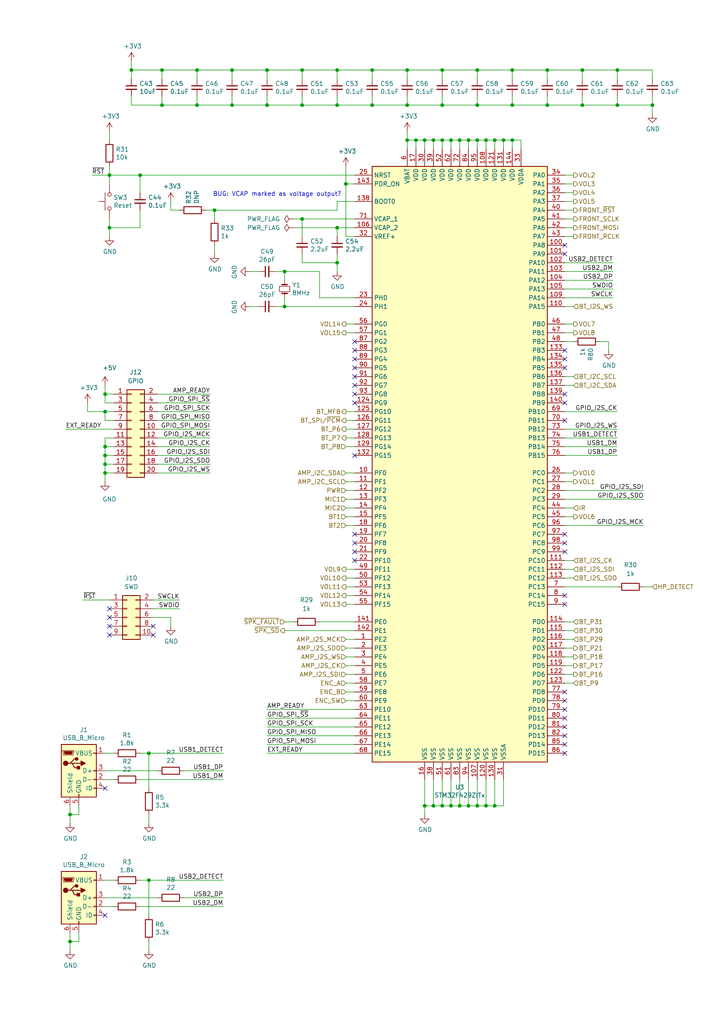
<source format=kicad_sch>
(kicad_sch (version 20201015) (generator eeschema)
  (paper "A4" portrait)
  (junction (at 20.32 236.22) (diameter 0.9144))
  (junction (at 20.32 273.05) (diameter 0.9144))
  (junction (at 30.48 114.3) (diameter 0.9144))
  (junction (at 30.48 119.38) (diameter 0.9144))
  (junction (at 30.48 129.54) (diameter 0.9144))
  (junction (at 30.48 132.08) (diameter 0.9144))
  (junction (at 30.48 134.62) (diameter 0.9144))
  (junction (at 30.48 137.16) (diameter 0.9144))
  (junction (at 31.75 50.8) (diameter 0.9144))
  (junction (at 31.75 66.04) (diameter 0.9144))
  (junction (at 38.1 20.32) (diameter 0.9144))
  (junction (at 40.64 50.8) (diameter 0.9144))
  (junction (at 43.18 218.44) (diameter 0.9144))
  (junction (at 43.18 255.27) (diameter 0.9144))
  (junction (at 46.99 20.32) (diameter 0.9144))
  (junction (at 46.99 30.48) (diameter 0.9144))
  (junction (at 57.15 20.32) (diameter 0.9144))
  (junction (at 57.15 30.48) (diameter 0.9144))
  (junction (at 62.23 60.96) (diameter 0.9144))
  (junction (at 67.31 20.32) (diameter 0.9144))
  (junction (at 67.31 30.48) (diameter 0.9144))
  (junction (at 77.47 20.32) (diameter 0.9144))
  (junction (at 77.47 30.48) (diameter 0.9144))
  (junction (at 82.55 78.74) (diameter 0.9144))
  (junction (at 82.55 88.9) (diameter 0.9144))
  (junction (at 87.63 20.32) (diameter 0.9144))
  (junction (at 87.63 30.48) (diameter 0.9144))
  (junction (at 87.63 63.5) (diameter 0.9144))
  (junction (at 97.79 20.32) (diameter 0.9144))
  (junction (at 97.79 30.48) (diameter 0.9144))
  (junction (at 97.79 66.04) (diameter 0.9144))
  (junction (at 97.79 76.2) (diameter 0.9144))
  (junction (at 100.33 53.34) (diameter 0.9144))
  (junction (at 107.95 20.32) (diameter 0.9144))
  (junction (at 107.95 30.48) (diameter 0.9144))
  (junction (at 118.11 20.32) (diameter 0.9144))
  (junction (at 118.11 30.48) (diameter 0.9144))
  (junction (at 118.11 40.64) (diameter 0.9144))
  (junction (at 120.65 40.64) (diameter 0.9144))
  (junction (at 123.19 40.64) (diameter 0.9144))
  (junction (at 123.19 233.68) (diameter 0.9144))
  (junction (at 125.73 40.64) (diameter 0.9144))
  (junction (at 125.73 233.68) (diameter 0.9144))
  (junction (at 128.27 20.32) (diameter 0.9144))
  (junction (at 128.27 30.48) (diameter 0.9144))
  (junction (at 128.27 40.64) (diameter 0.9144))
  (junction (at 128.27 233.68) (diameter 0.9144))
  (junction (at 130.81 40.64) (diameter 0.9144))
  (junction (at 130.81 233.68) (diameter 0.9144))
  (junction (at 133.35 40.64) (diameter 0.9144))
  (junction (at 133.35 233.68) (diameter 0.9144))
  (junction (at 135.89 40.64) (diameter 0.9144))
  (junction (at 135.89 233.68) (diameter 0.9144))
  (junction (at 138.43 20.32) (diameter 0.9144))
  (junction (at 138.43 30.48) (diameter 0.9144))
  (junction (at 138.43 40.64) (diameter 0.9144))
  (junction (at 138.43 233.68) (diameter 0.9144))
  (junction (at 140.97 40.64) (diameter 0.9144))
  (junction (at 140.97 233.68) (diameter 0.9144))
  (junction (at 143.51 40.64) (diameter 0.9144))
  (junction (at 143.51 233.68) (diameter 0.9144))
  (junction (at 146.05 40.64) (diameter 0.9144))
  (junction (at 148.59 20.32) (diameter 0.9144))
  (junction (at 148.59 30.48) (diameter 0.9144))
  (junction (at 148.59 40.64) (diameter 0.9144))
  (junction (at 158.75 20.32) (diameter 0.9144))
  (junction (at 158.75 30.48) (diameter 0.9144))
  (junction (at 168.91 20.32) (diameter 0.9144))
  (junction (at 168.91 30.48) (diameter 0.9144))
  (junction (at 179.07 20.32) (diameter 0.9144))
  (junction (at 179.07 30.48) (diameter 0.9144))
  (junction (at 189.23 30.48) (diameter 0.9144))
  (no_connect (at 31.75 184.15))
  (no_connect (at 102.87 99.06))
  (no_connect (at 102.87 101.6))
  (no_connect (at 102.87 104.14))
  (no_connect (at 102.87 106.68))
  (no_connect (at 102.87 109.22))
  (no_connect (at 102.87 111.76))
  (no_connect (at 102.87 114.3))
  (no_connect (at 102.87 116.84))
  (no_connect (at 102.87 132.08))
  (no_connect (at 102.87 154.94))
  (no_connect (at 102.87 157.48))
  (no_connect (at 102.87 160.02))
  (no_connect (at 102.87 162.56))
  (no_connect (at 163.83 71.12))
  (no_connect (at 163.83 73.66))
  (no_connect (at 163.83 101.6))
  (no_connect (at 163.83 104.14))
  (no_connect (at 163.83 106.68))
  (no_connect (at 163.83 114.3))
  (no_connect (at 163.83 116.84))
  (no_connect (at 163.83 121.92))
  (no_connect (at 163.83 154.94))
  (no_connect (at 163.83 157.48))
  (no_connect (at 163.83 160.02))
  (no_connect (at 163.83 172.72))
  (no_connect (at 163.83 175.26))
  (no_connect (at 163.83 200.66))
  (no_connect (at 163.83 203.2))
  (no_connect (at 163.83 205.74))
  (no_connect (at 163.83 208.28))
  (no_connect (at 163.83 210.82))
  (no_connect (at 163.83 213.36))
  (no_connect (at 163.83 215.9))
  (no_connect (at 163.83 218.44))
  (no_connect (at 30.48 265.43))
  (no_connect (at 44.45 184.15))
  (no_connect (at 44.45 181.61))
  (no_connect (at 31.75 179.07))
  (no_connect (at 31.75 181.61))
  (no_connect (at 30.48 228.6))
  (no_connect (at 31.75 176.53))
  (wire (pts (xy 19.05 124.46) (xy 33.02 124.46)))
  (wire (pts (xy 20.32 233.68) (xy 20.32 236.22)))
  (wire (pts (xy 20.32 236.22) (xy 20.32 238.76)))
  (wire (pts (xy 20.32 270.51) (xy 20.32 273.05)))
  (wire (pts (xy 20.32 273.05) (xy 20.32 275.59)))
  (wire (pts (xy 22.86 233.68) (xy 22.86 236.22)))
  (wire (pts (xy 22.86 236.22) (xy 20.32 236.22)))
  (wire (pts (xy 22.86 270.51) (xy 22.86 273.05)))
  (wire (pts (xy 22.86 273.05) (xy 20.32 273.05)))
  (wire (pts (xy 24.13 173.99) (xy 31.75 173.99)))
  (wire (pts (xy 25.4 116.84) (xy 25.4 119.38)))
  (wire (pts (xy 25.4 119.38) (xy 30.48 119.38)))
  (wire (pts (xy 26.67 50.8) (xy 31.75 50.8)))
  (wire (pts (xy 30.48 111.76) (xy 30.48 114.3)))
  (wire (pts (xy 30.48 114.3) (xy 33.02 114.3)))
  (wire (pts (xy 30.48 116.84) (xy 30.48 114.3)))
  (wire (pts (xy 30.48 119.38) (xy 30.48 121.92)))
  (wire (pts (xy 30.48 119.38) (xy 33.02 119.38)))
  (wire (pts (xy 30.48 127) (xy 33.02 127)))
  (wire (pts (xy 30.48 129.54) (xy 30.48 127)))
  (wire (pts (xy 30.48 129.54) (xy 33.02 129.54)))
  (wire (pts (xy 30.48 132.08) (xy 30.48 129.54)))
  (wire (pts (xy 30.48 132.08) (xy 33.02 132.08)))
  (wire (pts (xy 30.48 134.62) (xy 30.48 132.08)))
  (wire (pts (xy 30.48 134.62) (xy 33.02 134.62)))
  (wire (pts (xy 30.48 137.16) (xy 30.48 134.62)))
  (wire (pts (xy 30.48 137.16) (xy 33.02 137.16)))
  (wire (pts (xy 30.48 139.7) (xy 30.48 137.16)))
  (wire (pts (xy 30.48 226.06) (xy 33.02 226.06)))
  (wire (pts (xy 30.48 262.89) (xy 33.02 262.89)))
  (wire (pts (xy 31.75 38.1) (xy 31.75 40.64)))
  (wire (pts (xy 31.75 48.26) (xy 31.75 50.8)))
  (wire (pts (xy 31.75 50.8) (xy 31.75 53.34)))
  (wire (pts (xy 31.75 63.5) (xy 31.75 66.04)))
  (wire (pts (xy 31.75 66.04) (xy 40.64 66.04)))
  (wire (pts (xy 31.75 68.58) (xy 31.75 66.04)))
  (wire (pts (xy 33.02 116.84) (xy 30.48 116.84)))
  (wire (pts (xy 33.02 121.92) (xy 30.48 121.92)))
  (wire (pts (xy 33.02 218.44) (xy 30.48 218.44)))
  (wire (pts (xy 33.02 255.27) (xy 30.48 255.27)))
  (wire (pts (xy 38.1 20.32) (xy 38.1 17.78)))
  (wire (pts (xy 38.1 20.32) (xy 38.1 22.86)))
  (wire (pts (xy 38.1 30.48) (xy 38.1 27.94)))
  (wire (pts (xy 40.64 50.8) (xy 31.75 50.8)))
  (wire (pts (xy 40.64 50.8) (xy 102.87 50.8)))
  (wire (pts (xy 40.64 55.88) (xy 40.64 50.8)))
  (wire (pts (xy 40.64 66.04) (xy 40.64 60.96)))
  (wire (pts (xy 40.64 226.06) (xy 64.77 226.06)))
  (wire (pts (xy 40.64 262.89) (xy 64.77 262.89)))
  (wire (pts (xy 43.18 218.44) (xy 40.64 218.44)))
  (wire (pts (xy 43.18 228.6) (xy 43.18 218.44)))
  (wire (pts (xy 43.18 236.22) (xy 43.18 238.76)))
  (wire (pts (xy 43.18 255.27) (xy 40.64 255.27)))
  (wire (pts (xy 43.18 265.43) (xy 43.18 255.27)))
  (wire (pts (xy 43.18 273.05) (xy 43.18 275.59)))
  (wire (pts (xy 44.45 173.99) (xy 52.07 173.99)))
  (wire (pts (xy 44.45 176.53) (xy 52.07 176.53)))
  (wire (pts (xy 45.72 114.3) (xy 60.96 114.3)))
  (wire (pts (xy 45.72 116.84) (xy 60.96 116.84)))
  (wire (pts (xy 45.72 119.38) (xy 60.96 119.38)))
  (wire (pts (xy 45.72 121.92) (xy 60.96 121.92)))
  (wire (pts (xy 45.72 124.46) (xy 60.96 124.46)))
  (wire (pts (xy 45.72 127) (xy 60.96 127)))
  (wire (pts (xy 45.72 129.54) (xy 60.96 129.54)))
  (wire (pts (xy 45.72 132.08) (xy 60.96 132.08)))
  (wire (pts (xy 45.72 134.62) (xy 60.96 134.62)))
  (wire (pts (xy 45.72 137.16) (xy 60.96 137.16)))
  (wire (pts (xy 45.72 223.52) (xy 30.48 223.52)))
  (wire (pts (xy 45.72 260.35) (xy 30.48 260.35)))
  (wire (pts (xy 46.99 20.32) (xy 38.1 20.32)))
  (wire (pts (xy 46.99 20.32) (xy 46.99 22.86)))
  (wire (pts (xy 46.99 20.32) (xy 57.15 20.32)))
  (wire (pts (xy 46.99 30.48) (xy 38.1 30.48)))
  (wire (pts (xy 46.99 30.48) (xy 46.99 27.94)))
  (wire (pts (xy 49.53 60.96) (xy 49.53 58.42)))
  (wire (pts (xy 49.53 179.07) (xy 44.45 179.07)))
  (wire (pts (xy 49.53 181.61) (xy 49.53 179.07)))
  (wire (pts (xy 52.07 60.96) (xy 49.53 60.96)))
  (wire (pts (xy 53.34 223.52) (xy 64.77 223.52)))
  (wire (pts (xy 53.34 260.35) (xy 64.77 260.35)))
  (wire (pts (xy 57.15 20.32) (xy 57.15 22.86)))
  (wire (pts (xy 57.15 20.32) (xy 67.31 20.32)))
  (wire (pts (xy 57.15 27.94) (xy 57.15 30.48)))
  (wire (pts (xy 57.15 30.48) (xy 46.99 30.48)))
  (wire (pts (xy 62.23 60.96) (xy 59.69 60.96)))
  (wire (pts (xy 62.23 60.96) (xy 62.23 63.5)))
  (wire (pts (xy 62.23 71.12) (xy 62.23 73.66)))
  (wire (pts (xy 64.77 218.44) (xy 43.18 218.44)))
  (wire (pts (xy 64.77 255.27) (xy 43.18 255.27)))
  (wire (pts (xy 67.31 20.32) (xy 67.31 22.86)))
  (wire (pts (xy 67.31 20.32) (xy 77.47 20.32)))
  (wire (pts (xy 67.31 27.94) (xy 67.31 30.48)))
  (wire (pts (xy 67.31 30.48) (xy 57.15 30.48)))
  (wire (pts (xy 72.39 78.74) (xy 74.93 78.74)))
  (wire (pts (xy 72.39 88.9) (xy 74.93 88.9)))
  (wire (pts (xy 77.47 20.32) (xy 77.47 22.86)))
  (wire (pts (xy 77.47 20.32) (xy 87.63 20.32)))
  (wire (pts (xy 77.47 27.94) (xy 77.47 30.48)))
  (wire (pts (xy 77.47 30.48) (xy 67.31 30.48)))
  (wire (pts (xy 77.47 218.44) (xy 102.87 218.44)))
  (wire (pts (xy 80.01 78.74) (xy 82.55 78.74)))
  (wire (pts (xy 80.01 88.9) (xy 82.55 88.9)))
  (wire (pts (xy 82.55 78.74) (xy 82.55 81.28)))
  (wire (pts (xy 82.55 86.36) (xy 82.55 88.9)))
  (wire (pts (xy 82.55 88.9) (xy 102.87 88.9)))
  (wire (pts (xy 82.55 180.34) (xy 85.09 180.34)))
  (wire (pts (xy 82.55 182.88) (xy 102.87 182.88)))
  (wire (pts (xy 85.09 63.5) (xy 87.63 63.5)))
  (wire (pts (xy 85.09 66.04) (xy 97.79 66.04)))
  (wire (pts (xy 87.63 20.32) (xy 87.63 22.86)))
  (wire (pts (xy 87.63 20.32) (xy 97.79 20.32)))
  (wire (pts (xy 87.63 27.94) (xy 87.63 30.48)))
  (wire (pts (xy 87.63 30.48) (xy 77.47 30.48)))
  (wire (pts (xy 87.63 63.5) (xy 87.63 68.58)))
  (wire (pts (xy 87.63 76.2) (xy 87.63 73.66)))
  (wire (pts (xy 92.71 78.74) (xy 82.55 78.74)))
  (wire (pts (xy 92.71 86.36) (xy 92.71 78.74)))
  (wire (pts (xy 92.71 180.34) (xy 102.87 180.34)))
  (wire (pts (xy 97.79 20.32) (xy 97.79 22.86)))
  (wire (pts (xy 97.79 20.32) (xy 107.95 20.32)))
  (wire (pts (xy 97.79 27.94) (xy 97.79 30.48)))
  (wire (pts (xy 97.79 30.48) (xy 87.63 30.48)))
  (wire (pts (xy 97.79 58.42) (xy 97.79 60.96)))
  (wire (pts (xy 97.79 60.96) (xy 62.23 60.96)))
  (wire (pts (xy 97.79 66.04) (xy 97.79 68.58)))
  (wire (pts (xy 97.79 73.66) (xy 97.79 76.2)))
  (wire (pts (xy 97.79 76.2) (xy 87.63 76.2)))
  (wire (pts (xy 97.79 76.2) (xy 97.79 78.74)))
  (wire (pts (xy 100.33 48.26) (xy 100.33 53.34)))
  (wire (pts (xy 100.33 53.34) (xy 100.33 68.58)))
  (wire (pts (xy 100.33 53.34) (xy 102.87 53.34)))
  (wire (pts (xy 100.33 68.58) (xy 102.87 68.58)))
  (wire (pts (xy 100.33 93.98) (xy 102.87 93.98)))
  (wire (pts (xy 100.33 96.52) (xy 102.87 96.52)))
  (wire (pts (xy 100.33 119.38) (xy 102.87 119.38)))
  (wire (pts (xy 100.33 121.92) (xy 102.87 121.92)))
  (wire (pts (xy 100.33 124.46) (xy 102.87 124.46)))
  (wire (pts (xy 100.33 127) (xy 102.87 127)))
  (wire (pts (xy 100.33 129.54) (xy 102.87 129.54)))
  (wire (pts (xy 100.33 139.7) (xy 102.87 139.7)))
  (wire (pts (xy 100.33 165.1) (xy 102.87 165.1)))
  (wire (pts (xy 100.33 167.64) (xy 102.87 167.64)))
  (wire (pts (xy 100.33 170.18) (xy 102.87 170.18)))
  (wire (pts (xy 100.33 172.72) (xy 102.87 172.72)))
  (wire (pts (xy 100.33 175.26) (xy 102.87 175.26)))
  (wire (pts (xy 100.33 185.42) (xy 102.87 185.42)))
  (wire (pts (xy 100.33 190.5) (xy 102.87 190.5)))
  (wire (pts (xy 100.33 195.58) (xy 102.87 195.58)))
  (wire (pts (xy 102.87 58.42) (xy 97.79 58.42)))
  (wire (pts (xy 102.87 63.5) (xy 87.63 63.5)))
  (wire (pts (xy 102.87 66.04) (xy 97.79 66.04)))
  (wire (pts (xy 102.87 86.36) (xy 92.71 86.36)))
  (wire (pts (xy 102.87 137.16) (xy 100.33 137.16)))
  (wire (pts (xy 102.87 142.24) (xy 100.33 142.24)))
  (wire (pts (xy 102.87 144.78) (xy 100.33 144.78)))
  (wire (pts (xy 102.87 147.32) (xy 100.33 147.32)))
  (wire (pts (xy 102.87 149.86) (xy 100.33 149.86)))
  (wire (pts (xy 102.87 152.4) (xy 100.33 152.4)))
  (wire (pts (xy 102.87 187.96) (xy 100.33 187.96)))
  (wire (pts (xy 102.87 193.04) (xy 100.33 193.04)))
  (wire (pts (xy 102.87 198.12) (xy 100.33 198.12)))
  (wire (pts (xy 102.87 200.66) (xy 100.33 200.66)))
  (wire (pts (xy 102.87 203.2) (xy 100.33 203.2)))
  (wire (pts (xy 102.87 205.74) (xy 77.47 205.74)))
  (wire (pts (xy 102.87 208.28) (xy 77.47 208.28)))
  (wire (pts (xy 102.87 210.82) (xy 77.47 210.82)))
  (wire (pts (xy 102.87 213.36) (xy 77.47 213.36)))
  (wire (pts (xy 102.87 215.9) (xy 77.47 215.9)))
  (wire (pts (xy 107.95 20.32) (xy 107.95 22.86)))
  (wire (pts (xy 107.95 20.32) (xy 118.11 20.32)))
  (wire (pts (xy 107.95 27.94) (xy 107.95 30.48)))
  (wire (pts (xy 107.95 30.48) (xy 97.79 30.48)))
  (wire (pts (xy 118.11 20.32) (xy 118.11 22.86)))
  (wire (pts (xy 118.11 20.32) (xy 128.27 20.32)))
  (wire (pts (xy 118.11 27.94) (xy 118.11 30.48)))
  (wire (pts (xy 118.11 30.48) (xy 107.95 30.48)))
  (wire (pts (xy 118.11 38.1) (xy 118.11 40.64)))
  (wire (pts (xy 118.11 40.64) (xy 118.11 43.18)))
  (wire (pts (xy 120.65 40.64) (xy 118.11 40.64)))
  (wire (pts (xy 120.65 43.18) (xy 120.65 40.64)))
  (wire (pts (xy 123.19 40.64) (xy 120.65 40.64)))
  (wire (pts (xy 123.19 43.18) (xy 123.19 40.64)))
  (wire (pts (xy 123.19 226.06) (xy 123.19 233.68)))
  (wire (pts (xy 123.19 233.68) (xy 123.19 236.22)))
  (wire (pts (xy 123.19 233.68) (xy 125.73 233.68)))
  (wire (pts (xy 125.73 40.64) (xy 123.19 40.64)))
  (wire (pts (xy 125.73 43.18) (xy 125.73 40.64)))
  (wire (pts (xy 125.73 226.06) (xy 125.73 233.68)))
  (wire (pts (xy 125.73 233.68) (xy 128.27 233.68)))
  (wire (pts (xy 128.27 20.32) (xy 128.27 22.86)))
  (wire (pts (xy 128.27 20.32) (xy 138.43 20.32)))
  (wire (pts (xy 128.27 27.94) (xy 128.27 30.48)))
  (wire (pts (xy 128.27 30.48) (xy 118.11 30.48)))
  (wire (pts (xy 128.27 40.64) (xy 125.73 40.64)))
  (wire (pts (xy 128.27 43.18) (xy 128.27 40.64)))
  (wire (pts (xy 128.27 226.06) (xy 128.27 233.68)))
  (wire (pts (xy 128.27 233.68) (xy 130.81 233.68)))
  (wire (pts (xy 130.81 40.64) (xy 128.27 40.64)))
  (wire (pts (xy 130.81 43.18) (xy 130.81 40.64)))
  (wire (pts (xy 130.81 226.06) (xy 130.81 233.68)))
  (wire (pts (xy 130.81 233.68) (xy 133.35 233.68)))
  (wire (pts (xy 133.35 40.64) (xy 130.81 40.64)))
  (wire (pts (xy 133.35 43.18) (xy 133.35 40.64)))
  (wire (pts (xy 133.35 226.06) (xy 133.35 233.68)))
  (wire (pts (xy 133.35 233.68) (xy 135.89 233.68)))
  (wire (pts (xy 135.89 40.64) (xy 133.35 40.64)))
  (wire (pts (xy 135.89 43.18) (xy 135.89 40.64)))
  (wire (pts (xy 135.89 226.06) (xy 135.89 233.68)))
  (wire (pts (xy 135.89 233.68) (xy 138.43 233.68)))
  (wire (pts (xy 138.43 20.32) (xy 138.43 22.86)))
  (wire (pts (xy 138.43 20.32) (xy 148.59 20.32)))
  (wire (pts (xy 138.43 27.94) (xy 138.43 30.48)))
  (wire (pts (xy 138.43 30.48) (xy 128.27 30.48)))
  (wire (pts (xy 138.43 40.64) (xy 135.89 40.64)))
  (wire (pts (xy 138.43 43.18) (xy 138.43 40.64)))
  (wire (pts (xy 138.43 226.06) (xy 138.43 233.68)))
  (wire (pts (xy 138.43 233.68) (xy 140.97 233.68)))
  (wire (pts (xy 140.97 40.64) (xy 138.43 40.64)))
  (wire (pts (xy 140.97 43.18) (xy 140.97 40.64)))
  (wire (pts (xy 140.97 233.68) (xy 140.97 226.06)))
  (wire (pts (xy 140.97 233.68) (xy 143.51 233.68)))
  (wire (pts (xy 143.51 40.64) (xy 140.97 40.64)))
  (wire (pts (xy 143.51 43.18) (xy 143.51 40.64)))
  (wire (pts (xy 143.51 226.06) (xy 143.51 233.68)))
  (wire (pts (xy 143.51 233.68) (xy 146.05 233.68)))
  (wire (pts (xy 146.05 40.64) (xy 143.51 40.64)))
  (wire (pts (xy 146.05 43.18) (xy 146.05 40.64)))
  (wire (pts (xy 146.05 233.68) (xy 146.05 226.06)))
  (wire (pts (xy 148.59 20.32) (xy 148.59 22.86)))
  (wire (pts (xy 148.59 20.32) (xy 158.75 20.32)))
  (wire (pts (xy 148.59 27.94) (xy 148.59 30.48)))
  (wire (pts (xy 148.59 30.48) (xy 138.43 30.48)))
  (wire (pts (xy 148.59 40.64) (xy 146.05 40.64)))
  (wire (pts (xy 148.59 43.18) (xy 148.59 40.64)))
  (wire (pts (xy 151.13 40.64) (xy 148.59 40.64)))
  (wire (pts (xy 151.13 43.18) (xy 151.13 40.64)))
  (wire (pts (xy 158.75 20.32) (xy 158.75 22.86)))
  (wire (pts (xy 158.75 20.32) (xy 168.91 20.32)))
  (wire (pts (xy 158.75 27.94) (xy 158.75 30.48)))
  (wire (pts (xy 158.75 30.48) (xy 148.59 30.48)))
  (wire (pts (xy 163.83 58.42) (xy 166.37 58.42)))
  (wire (pts (xy 163.83 83.82) (xy 177.8 83.82)))
  (wire (pts (xy 163.83 86.36) (xy 177.8 86.36)))
  (wire (pts (xy 163.83 93.98) (xy 166.37 93.98)))
  (wire (pts (xy 163.83 99.06) (xy 166.37 99.06)))
  (wire (pts (xy 163.83 111.76) (xy 166.37 111.76)))
  (wire (pts (xy 163.83 119.38) (xy 179.07 119.38)))
  (wire (pts (xy 163.83 124.46) (xy 179.07 124.46)))
  (wire (pts (xy 163.83 142.24) (xy 186.69 142.24)))
  (wire (pts (xy 163.83 144.78) (xy 186.69 144.78)))
  (wire (pts (xy 163.83 149.86) (xy 166.37 149.86)))
  (wire (pts (xy 163.83 152.4) (xy 186.69 152.4)))
  (wire (pts (xy 163.83 165.1) (xy 166.37 165.1)))
  (wire (pts (xy 163.83 180.34) (xy 166.37 180.34)))
  (wire (pts (xy 163.83 182.88) (xy 166.37 182.88)))
  (wire (pts (xy 163.83 185.42) (xy 166.37 185.42)))
  (wire (pts (xy 163.83 187.96) (xy 166.37 187.96)))
  (wire (pts (xy 163.83 190.5) (xy 166.37 190.5)))
  (wire (pts (xy 163.83 193.04) (xy 166.37 193.04)))
  (wire (pts (xy 163.83 195.58) (xy 166.37 195.58)))
  (wire (pts (xy 163.83 198.12) (xy 166.37 198.12)))
  (wire (pts (xy 166.37 50.8) (xy 163.83 50.8)))
  (wire (pts (xy 166.37 53.34) (xy 163.83 53.34)))
  (wire (pts (xy 166.37 55.88) (xy 163.83 55.88)))
  (wire (pts (xy 166.37 60.96) (xy 163.83 60.96)))
  (wire (pts (xy 166.37 63.5) (xy 163.83 63.5)))
  (wire (pts (xy 166.37 66.04) (xy 163.83 66.04)))
  (wire (pts (xy 166.37 68.58) (xy 163.83 68.58)))
  (wire (pts (xy 166.37 88.9) (xy 163.83 88.9)))
  (wire (pts (xy 166.37 96.52) (xy 163.83 96.52)))
  (wire (pts (xy 166.37 109.22) (xy 163.83 109.22)))
  (wire (pts (xy 166.37 137.16) (xy 163.83 137.16)))
  (wire (pts (xy 166.37 139.7) (xy 163.83 139.7)))
  (wire (pts (xy 166.37 147.32) (xy 163.83 147.32)))
  (wire (pts (xy 166.37 162.56) (xy 163.83 162.56)))
  (wire (pts (xy 166.37 167.64) (xy 163.83 167.64)))
  (wire (pts (xy 168.91 20.32) (xy 168.91 22.86)))
  (wire (pts (xy 168.91 20.32) (xy 179.07 20.32)))
  (wire (pts (xy 168.91 27.94) (xy 168.91 30.48)))
  (wire (pts (xy 168.91 30.48) (xy 158.75 30.48)))
  (wire (pts (xy 176.53 99.06) (xy 173.99 99.06)))
  (wire (pts (xy 176.53 101.6) (xy 176.53 99.06)))
  (wire (pts (xy 177.8 76.2) (xy 163.83 76.2)))
  (wire (pts (xy 177.8 78.74) (xy 163.83 78.74)))
  (wire (pts (xy 177.8 81.28) (xy 163.83 81.28)))
  (wire (pts (xy 179.07 20.32) (xy 179.07 22.86)))
  (wire (pts (xy 179.07 20.32) (xy 189.23 20.32)))
  (wire (pts (xy 179.07 27.94) (xy 179.07 30.48)))
  (wire (pts (xy 179.07 30.48) (xy 168.91 30.48)))
  (wire (pts (xy 179.07 127) (xy 163.83 127)))
  (wire (pts (xy 179.07 129.54) (xy 163.83 129.54)))
  (wire (pts (xy 179.07 132.08) (xy 163.83 132.08)))
  (wire (pts (xy 179.07 170.18) (xy 163.83 170.18)))
  (wire (pts (xy 189.23 20.32) (xy 189.23 22.86)))
  (wire (pts (xy 189.23 27.94) (xy 189.23 30.48)))
  (wire (pts (xy 189.23 30.48) (xy 179.07 30.48)))
  (wire (pts (xy 189.23 30.48) (xy 189.23 33.02)))
  (wire (pts (xy 189.23 170.18) (xy 186.69 170.18)))
  (text "BUG: VCAP marked as voltage output?" (at 99.06 57.15 180) (effects (font (size 1.27 1.27)) (justify right bottom)))
  (label "EXT_READY" (at 19.05 124.46 0))
  (label "~RST" (at 24.13 173.99 0))
  (label "~RST" (at 26.67 50.8 0))
  (label "SWCLK" (at 52.07 173.99 180))
  (label "SWDIO" (at 52.07 176.53 180))
  (label "AMP_READY" (at 60.96 114.3 180))
  (label "GPIO_SPI_~SS" (at 60.96 116.84 180))
  (label "GPIO_SPI_SCK" (at 60.96 119.38 180))
  (label "GPIO_SPI_MISO" (at 60.96 121.92 180))
  (label "GPIO_SPI_MOSI" (at 60.96 124.46 180))
  (label "GPIO_I2S_MCK" (at 60.96 127 180))
  (label "GPIO_I2S_CK" (at 60.96 129.54 180))
  (label "GPIO_I2S_SDI" (at 60.96 132.08 180))
  (label "GPIO_I2S_SDO" (at 60.96 134.62 180))
  (label "GPIO_I2S_WS" (at 60.96 137.16 180))
  (label "USB1_DETECT" (at 64.77 218.44 180))
  (label "USB1_DP" (at 64.77 223.52 180))
  (label "USB1_DM" (at 64.77 226.06 180))
  (label "USB2_DETECT" (at 64.77 255.27 180))
  (label "USB2_DP" (at 64.77 260.35 180))
  (label "USB2_DM" (at 64.77 262.89 180))
  (label "AMP_READY" (at 77.47 205.74 0))
  (label "GPIO_SPI_~SS" (at 77.47 208.28 0))
  (label "GPIO_SPI_SCK" (at 77.47 210.82 0))
  (label "GPIO_SPI_MISO" (at 77.47 213.36 0))
  (label "GPIO_SPI_MOSI" (at 77.47 215.9 0))
  (label "EXT_READY" (at 77.47 218.44 0))
  (label "USB2_DETECT" (at 177.8 76.2 180))
  (label "USB2_DM" (at 177.8 78.74 180))
  (label "USB2_DP" (at 177.8 81.28 180))
  (label "SWDIO" (at 177.8 83.82 180))
  (label "SWCLK" (at 177.8 86.36 180))
  (label "GPIO_I2S_CK" (at 179.07 119.38 180))
  (label "GPIO_I2S_WS" (at 179.07 124.46 180))
  (label "USB1_DETECT" (at 179.07 127 180))
  (label "USB1_DM" (at 179.07 129.54 180))
  (label "USB1_DP" (at 179.07 132.08 180))
  (label "GPIO_I2S_SDI" (at 186.69 142.24 180))
  (label "GPIO_I2S_SDO" (at 186.69 144.78 180))
  (label "GPIO_I2S_MCK" (at 186.69 152.4 180))
  (hierarchical_label "~SPK_FAULT" (shape input) (at 82.55 180.34 180))
  (hierarchical_label "~SPK_SD" (shape output) (at 82.55 182.88 180))
  (hierarchical_label "VOL14" (shape output) (at 100.33 93.98 180))
  (hierarchical_label "VOL15" (shape output) (at 100.33 96.52 180))
  (hierarchical_label "BT_MFB" (shape output) (at 100.33 119.38 180))
  (hierarchical_label "BT_SPI{slash}~PCM" (shape output) (at 100.33 121.92 180))
  (hierarchical_label "BT_P6" (shape output) (at 100.33 124.46 180))
  (hierarchical_label "BT_P7" (shape output) (at 100.33 127 180))
  (hierarchical_label "BT_P8" (shape input) (at 100.33 129.54 180))
  (hierarchical_label "AMP_I2C_SDA" (shape input) (at 100.33 137.16 180))
  (hierarchical_label "AMP_I2C_SCL" (shape input) (at 100.33 139.7 180))
  (hierarchical_label "PWR" (shape input) (at 100.33 142.24 180))
  (hierarchical_label "MIC1" (shape input) (at 100.33 144.78 180))
  (hierarchical_label "MIC2" (shape input) (at 100.33 147.32 180))
  (hierarchical_label "BT1" (shape input) (at 100.33 149.86 180))
  (hierarchical_label "BT2" (shape input) (at 100.33 152.4 180))
  (hierarchical_label "VOL9" (shape output) (at 100.33 165.1 180))
  (hierarchical_label "VOL10" (shape output) (at 100.33 167.64 180))
  (hierarchical_label "VOL11" (shape output) (at 100.33 170.18 180))
  (hierarchical_label "VOL12" (shape output) (at 100.33 172.72 180))
  (hierarchical_label "VOL13" (shape output) (at 100.33 175.26 180))
  (hierarchical_label "AMP_I2S_MCK" (shape input) (at 100.33 185.42 180))
  (hierarchical_label "AMP_I2S_SDO" (shape input) (at 100.33 187.96 180))
  (hierarchical_label "AMP_I2S_WS" (shape input) (at 100.33 190.5 180))
  (hierarchical_label "AMP_I2S_CK" (shape input) (at 100.33 193.04 180))
  (hierarchical_label "AMP_I2S_SDI" (shape input) (at 100.33 195.58 180))
  (hierarchical_label "ENC_A" (shape input) (at 100.33 198.12 180))
  (hierarchical_label "ENC_B" (shape input) (at 100.33 200.66 180))
  (hierarchical_label "ENC_SW" (shape input) (at 100.33 203.2 180))
  (hierarchical_label "VOL2" (shape output) (at 166.37 50.8 0))
  (hierarchical_label "VOL3" (shape output) (at 166.37 53.34 0))
  (hierarchical_label "VOL4" (shape output) (at 166.37 55.88 0))
  (hierarchical_label "VOL5" (shape output) (at 166.37 58.42 0))
  (hierarchical_label "FRONT_~RST" (shape output) (at 166.37 60.96 0))
  (hierarchical_label "FRONT_SCLK" (shape output) (at 166.37 63.5 0))
  (hierarchical_label "FRONT_MOSI" (shape output) (at 166.37 66.04 0))
  (hierarchical_label "FRONT_RCLK" (shape output) (at 166.37 68.58 0))
  (hierarchical_label "BT_I2S_WS" (shape input) (at 166.37 88.9 0))
  (hierarchical_label "VOL7" (shape output) (at 166.37 93.98 0))
  (hierarchical_label "VOL8" (shape output) (at 166.37 96.52 0))
  (hierarchical_label "BT_I2C_SCL" (shape input) (at 166.37 109.22 0))
  (hierarchical_label "BT_I2C_SDA" (shape input) (at 166.37 111.76 0))
  (hierarchical_label "VOL0" (shape output) (at 166.37 137.16 0))
  (hierarchical_label "VOL1" (shape output) (at 166.37 139.7 0))
  (hierarchical_label "IR" (shape input) (at 166.37 147.32 0))
  (hierarchical_label "VOL6" (shape output) (at 166.37 149.86 0))
  (hierarchical_label "BT_I2S_CK" (shape input) (at 166.37 162.56 0))
  (hierarchical_label "BT_I2S_SDI" (shape input) (at 166.37 165.1 0))
  (hierarchical_label "BT_I2S_SDO" (shape input) (at 166.37 167.64 0))
  (hierarchical_label "BT_P31" (shape input) (at 166.37 180.34 0))
  (hierarchical_label "BT_P30" (shape input) (at 166.37 182.88 0))
  (hierarchical_label "BT_P29" (shape input) (at 166.37 185.42 0))
  (hierarchical_label "BT_P21" (shape output) (at 166.37 187.96 0))
  (hierarchical_label "BT_P18" (shape output) (at 166.37 190.5 0))
  (hierarchical_label "BT_P17" (shape output) (at 166.37 193.04 0))
  (hierarchical_label "BT_P16" (shape output) (at 166.37 195.58 0))
  (hierarchical_label "BT_P9" (shape input) (at 166.37 198.12 0))
  (hierarchical_label "HP_DETECT" (shape input) (at 189.23 170.18 0))
  (symbol (lib_id "power:PWR_FLAG") (at 85.09 63.5 90) (unit 1)
    (property "Reference" "#FLG0102" (effects hide))
    (property "Value" "PWR_FLAG" (at 81.28 63.5 90) (effects (justify left)))
  )
  (symbol (lib_id "power:PWR_FLAG") (at 85.09 66.04 90) (unit 1)
    (property "Reference" "#FLG0105" (effects hide))
    (property "Value" "PWR_FLAG" (at 81.28 66.04 90) (effects (justify left)))
  )
  (symbol (lib_id "power:+3.3V") (at 25.4 116.84 0) (unit 1)
    (property "Reference" "#PWR0232" (effects hide))
    (property "Value" "+3.3V" (at 25.781 112.4458 0))
  )
  (symbol (lib_id "power:+5V") (at 30.48 111.76 0) (unit 1)
    (property "Reference" "#PWR0231" (effects hide))
    (property "Value" "+5V" (at 31.75 106.68 0))
  )
  (symbol (lib_id "power:+3.3V") (at 31.75 38.1 0) (unit 1)
    (property "Reference" "#PWR0170" (effects hide))
    (property "Value" "+3.3V" (at 32.131 33.7058 0))
  )
  (symbol (lib_id "power:+3.3V") (at 38.1 17.78 0) (unit 1)
    (property "Reference" "#PWR0169" (effects hide))
    (property "Value" "+3.3V" (at 38.481 13.3858 0))
  )
  (symbol (lib_id "power:+3.3V") (at 49.53 58.42 0) (unit 1)
    (property "Reference" "#PWR0171" (effects hide))
    (property "Value" "+3.3V" (at 49.911 54.0258 0))
  )
  (symbol (lib_id "power:+3.3V") (at 100.33 48.26 0) (unit 1)
    (property "Reference" "#PWR0166" (effects hide))
    (property "Value" "+3.3V" (at 100.711 43.8658 0))
  )
  (symbol (lib_id "power:+3.3V") (at 118.11 38.1 0) (unit 1)
    (property "Reference" "#PWR0102" (effects hide))
    (property "Value" "+3.3V" (at 118.491 33.7058 0))
  )
  (symbol (lib_id "power:GND") (at 20.32 238.76 0) (unit 1)
    (property "Reference" "#PWR0103" (effects hide))
    (property "Value" "GND" (at 20.447 243.1542 0))
  )
  (symbol (lib_id "power:GND") (at 20.32 275.59 0) (unit 1)
    (property "Reference" "#PWR0105" (effects hide))
    (property "Value" "GND" (at 20.447 279.9842 0))
  )
  (symbol (lib_id "power:GND") (at 30.48 139.7 0) (unit 1)
    (property "Reference" "#PWR0230" (effects hide))
    (property "Value" "GND" (at 31.75 144.78 0))
  )
  (symbol (lib_id "power:GND") (at 31.75 68.58 0) (unit 1)
    (property "Reference" "#PWR0172" (effects hide))
    (property "Value" "GND" (at 31.877 72.9742 0))
  )
  (symbol (lib_id "power:GND") (at 43.18 238.76 0) (unit 1)
    (property "Reference" "#PWR0104" (effects hide))
    (property "Value" "GND" (at 43.307 243.1542 0))
  )
  (symbol (lib_id "power:GND") (at 43.18 275.59 0) (unit 1)
    (property "Reference" "#PWR0106" (effects hide))
    (property "Value" "GND" (at 43.307 279.9842 0))
  )
  (symbol (lib_id "power:GND") (at 49.53 181.61 0) (unit 1)
    (property "Reference" "#PWR0173" (effects hide))
    (property "Value" "GND" (at 49.657 186.0042 0))
  )
  (symbol (lib_id "power:GND") (at 62.23 73.66 0) (unit 1)
    (property "Reference" "#PWR0167" (effects hide))
    (property "Value" "GND" (at 62.357 78.0542 0))
  )
  (symbol (lib_id "power:GND") (at 72.39 78.74 270) (unit 1)
    (property "Reference" "#PWR0164" (effects hide))
    (property "Value" "GND" (at 67.9958 78.867 0))
  )
  (symbol (lib_id "power:GND") (at 72.39 88.9 270) (unit 1)
    (property "Reference" "#PWR0165" (effects hide))
    (property "Value" "GND" (at 67.9958 89.027 0))
  )
  (symbol (lib_id "power:GND") (at 97.79 78.74 0) (unit 1)
    (property "Reference" "#PWR0163" (effects hide))
    (property "Value" "GND" (at 97.917 83.1342 0))
  )
  (symbol (lib_id "power:GND") (at 123.19 236.22 0) (unit 1)
    (property "Reference" "#PWR0101" (effects hide))
    (property "Value" "GND" (at 123.317 240.6142 0))
  )
  (symbol (lib_id "power:GND") (at 176.53 101.6 0) (unit 1)
    (property "Reference" "#PWR0233" (effects hide))
    (property "Value" "GND" (at 176.657 105.9942 0))
  )
  (symbol (lib_id "power:GND") (at 189.23 33.02 0) (unit 1)
    (property "Reference" "#PWR0168" (effects hide))
    (property "Value" "GND" (at 189.357 37.4142 0))
  )
  (symbol (lib_id "Device:Crystal_Small") (at 82.55 83.82 90) (unit 1)
    (property "Reference" "Y1" (at 84.7091 82.6706 90) (effects (justify right)))
    (property "Value" "8MHz" (at 84.709 84.969 90) (effects (justify right)))
    (property "Footprint" "Crystal:Crystal_SMD_HC49-SD" (effects hide))
  )
  (symbol (lib_id "Device:R") (at 31.75 44.45 0) (unit 1)
    (property "Reference" "R31" (at 33.5281 43.3006 0) (effects (justify left)))
    (property "Value" "10k" (at 33.528 45.599 0) (effects (justify left)))
    (property "Footprint" "Resistor_SMD:R_0603_1608Metric" (effects hide))
  )
  (symbol (lib_id "Device:R") (at 36.83 218.44 270) (unit 1)
    (property "Reference" "R1" (at 36.83 213.1822 90))
    (property "Value" "1.8k" (at 36.83 215.4936 90))
    (property "Footprint" "Resistor_SMD:R_0603_1608Metric" (effects hide))
  )
  (symbol (lib_id "Device:R") (at 36.83 226.06 270) (unit 1)
    (property "Reference" "R2" (at 36.83 220.8022 90))
    (property "Value" "22" (at 36.83 223.1136 90))
    (property "Footprint" "Resistor_SMD:R_0603_1608Metric" (effects hide))
  )
  (symbol (lib_id "Device:R") (at 36.83 255.27 270) (unit 1)
    (property "Reference" "R3" (at 36.83 250.0122 90))
    (property "Value" "1.8k" (at 36.83 252.3236 90))
    (property "Footprint" "Resistor_SMD:R_0603_1608Metric" (effects hide))
  )
  (symbol (lib_id "Device:R") (at 36.83 262.89 270) (unit 1)
    (property "Reference" "R4" (at 36.83 257.6322 90))
    (property "Value" "22" (at 36.83 259.9436 90))
    (property "Footprint" "Resistor_SMD:R_0603_1608Metric" (effects hide))
  )
  (symbol (lib_id "Device:R") (at 43.18 232.41 0) (unit 1)
    (property "Reference" "R5" (at 44.958 231.2416 0) (effects (justify left)))
    (property "Value" "3.3k" (at 44.958 233.553 0) (effects (justify left)))
    (property "Footprint" "Resistor_SMD:R_0603_1608Metric" (effects hide))
  )
  (symbol (lib_id "Device:R") (at 43.18 269.24 0) (unit 1)
    (property "Reference" "R6" (at 44.958 268.0716 0) (effects (justify left)))
    (property "Value" "3.3k" (at 44.958 270.383 0) (effects (justify left)))
    (property "Footprint" "Resistor_SMD:R_0603_1608Metric" (effects hide))
  )
  (symbol (lib_id "Device:R") (at 49.53 223.52 270) (unit 1)
    (property "Reference" "R7" (at 49.53 218.2622 90))
    (property "Value" "22" (at 49.53 220.5736 90))
    (property "Footprint" "Resistor_SMD:R_0603_1608Metric" (effects hide))
  )
  (symbol (lib_id "Device:R") (at 49.53 260.35 270) (unit 1)
    (property "Reference" "R8" (at 49.53 255.0922 90))
    (property "Value" "22" (at 49.53 257.4036 90))
    (property "Footprint" "Resistor_SMD:R_0603_1608Metric" (effects hide))
  )
  (symbol (lib_id "Device:R") (at 55.88 60.96 90) (unit 1)
    (property "Reference" "R32" (at 54.7306 59.1819 0) (effects (justify left)))
    (property "Value" "DNP" (at 57.029 59.182 0) (effects (justify left)))
    (property "Footprint" "Resistor_SMD:R_0603_1608Metric" (effects hide))
  )
  (symbol (lib_id "Device:R") (at 62.23 67.31 0) (unit 1)
    (property "Reference" "R33" (at 64.0081 66.1606 0) (effects (justify left)))
    (property "Value" "1k" (at 64.008 68.459 0) (effects (justify left)))
    (property "Footprint" "Resistor_SMD:R_0603_1608Metric" (effects hide))
  )
  (symbol (lib_id "Device:R") (at 88.9 180.34 90) (unit 1)
    (property "Reference" "R29" (at 88.9 173.99 90))
    (property "Value" "1k" (at 88.9 176.53 90))
    (property "Footprint" "Resistor_SMD:R_0603_1608Metric" (effects hide))
  )
  (symbol (lib_id "Device:R") (at 170.18 99.06 270) (unit 1)
    (property "Reference" "R80" (at 171.3294 100.8381 0) (effects (justify left)))
    (property "Value" "1k" (at 169.031 100.838 0) (effects (justify left)))
    (property "Footprint" "Resistor_SMD:R_0603_1608Metric" (effects hide))
  )
  (symbol (lib_id "Device:R") (at 182.88 170.18 270) (mirror x) (unit 1)
    (property "Reference" "R30" (at 182.88 163.83 90))
    (property "Value" "1k" (at 182.88 166.37 90))
    (property "Footprint" "Resistor_SMD:R_0603_1608Metric" (effects hide))
  )
  (symbol (lib_id "Device:C_Small") (at 38.1 25.4 0) (unit 1)
    (property "Reference" "C43" (at 40.4242 24.2506 0) (effects (justify left)))
    (property "Value" "10uF" (at 40.424 26.549 0) (effects (justify left)))
    (property "Footprint" "Capacitor_SMD:C_0805_2012Metric" (effects hide))
  )
  (symbol (lib_id "Device:C_Small") (at 40.64 58.42 0) (unit 1)
    (property "Reference" "C44" (at 42.9642 57.2706 0) (effects (justify left)))
    (property "Value" "0.1uF" (at 42.964 59.5696 0) (effects (justify left)))
    (property "Footprint" "Capacitor_SMD:C_0603_1608Metric" (effects hide))
  )
  (symbol (lib_id "Device:C_Small") (at 46.99 25.4 0) (unit 1)
    (property "Reference" "C45" (at 49.3142 24.2506 0) (effects (justify left)))
    (property "Value" "0.1uF" (at 49.314 26.5496 0) (effects (justify left)))
    (property "Footprint" "Capacitor_SMD:C_0603_1608Metric" (effects hide))
  )
  (symbol (lib_id "Device:C_Small") (at 57.15 25.4 0) (unit 1)
    (property "Reference" "C46" (at 59.4742 24.2506 0) (effects (justify left)))
    (property "Value" "0.1uF" (at 59.474 26.5496 0) (effects (justify left)))
    (property "Footprint" "Capacitor_SMD:C_0603_1608Metric" (effects hide))
  )
  (symbol (lib_id "Device:C_Small") (at 67.31 25.4 0) (unit 1)
    (property "Reference" "C47" (at 69.6342 24.2506 0) (effects (justify left)))
    (property "Value" "0.1uF" (at 69.634 26.5496 0) (effects (justify left)))
    (property "Footprint" "Capacitor_SMD:C_0603_1608Metric" (effects hide))
  )
  (symbol (lib_id "Device:C_Small") (at 77.47 25.4 0) (unit 1)
    (property "Reference" "C48" (at 79.7942 24.2506 0) (effects (justify left)))
    (property "Value" "0.1uF" (at 79.794 26.5496 0) (effects (justify left)))
    (property "Footprint" "Capacitor_SMD:C_0603_1608Metric" (effects hide))
  )
  (symbol (lib_id "Device:C_Small") (at 77.47 78.74 90) (unit 1)
    (property "Reference" "C49" (at 77.47 72.9677 90))
    (property "Value" "26pF" (at 77.47 75.266 90))
    (property "Footprint" "Capacitor_SMD:C_0603_1608Metric" (effects hide))
  )
  (symbol (lib_id "Device:C_Small") (at 77.47 88.9 90) (unit 1)
    (property "Reference" "C50" (at 77.47 83.1277 90))
    (property "Value" "26pF" (at 77.47 85.426 90))
    (property "Footprint" "Capacitor_SMD:C_0603_1608Metric" (effects hide))
  )
  (symbol (lib_id "Device:C_Small") (at 87.63 25.4 0) (unit 1)
    (property "Reference" "C51" (at 89.9542 24.2506 0) (effects (justify left)))
    (property "Value" "0.1uF" (at 89.954 26.5496 0) (effects (justify left)))
    (property "Footprint" "Capacitor_SMD:C_0603_1608Metric" (effects hide))
  )
  (symbol (lib_id "Device:C_Small") (at 87.63 71.12 0) (unit 1)
    (property "Reference" "C52" (at 89.9542 69.9706 0) (effects (justify left)))
    (property "Value" "2.2uF" (at 89.954 72.269 0) (effects (justify left)))
    (property "Footprint" "Capacitor_SMD:C_0603_1608Metric" (effects hide))
  )
  (symbol (lib_id "Device:C_Small") (at 97.79 25.4 0) (unit 1)
    (property "Reference" "C53" (at 100.1142 24.2506 0) (effects (justify left)))
    (property "Value" "0.1uF" (at 100.114 26.5496 0) (effects (justify left)))
    (property "Footprint" "Capacitor_SMD:C_0603_1608Metric" (effects hide))
  )
  (symbol (lib_id "Device:C_Small") (at 97.79 71.12 0) (unit 1)
    (property "Reference" "C54" (at 100.1142 69.9706 0) (effects (justify left)))
    (property "Value" "2.2uF" (at 100.114 72.269 0) (effects (justify left)))
    (property "Footprint" "Capacitor_SMD:C_0603_1608Metric" (effects hide))
  )
  (symbol (lib_id "Device:C_Small") (at 107.95 25.4 0) (unit 1)
    (property "Reference" "C55" (at 110.2742 24.2506 0) (effects (justify left)))
    (property "Value" "0.1uF" (at 110.274 26.5496 0) (effects (justify left)))
    (property "Footprint" "Capacitor_SMD:C_0603_1608Metric" (effects hide))
  )
  (symbol (lib_id "Device:C_Small") (at 118.11 25.4 0) (unit 1)
    (property "Reference" "C56" (at 120.4342 24.2506 0) (effects (justify left)))
    (property "Value" "0.1uF" (at 120.434 26.5496 0) (effects (justify left)))
    (property "Footprint" "Capacitor_SMD:C_0603_1608Metric" (effects hide))
  )
  (symbol (lib_id "Device:C_Small") (at 128.27 25.4 0) (unit 1)
    (property "Reference" "C57" (at 130.5942 24.2506 0) (effects (justify left)))
    (property "Value" "0.1uF" (at 130.594 26.5496 0) (effects (justify left)))
    (property "Footprint" "Capacitor_SMD:C_0603_1608Metric" (effects hide))
  )
  (symbol (lib_id "Device:C_Small") (at 138.43 25.4 0) (unit 1)
    (property "Reference" "C58" (at 140.7542 24.2506 0) (effects (justify left)))
    (property "Value" "0.1uF" (at 140.754 26.5496 0) (effects (justify left)))
    (property "Footprint" "Capacitor_SMD:C_0603_1608Metric" (effects hide))
  )
  (symbol (lib_id "Device:C_Small") (at 148.59 25.4 0) (unit 1)
    (property "Reference" "C59" (at 150.9142 24.2506 0) (effects (justify left)))
    (property "Value" "0.1uF" (at 150.914 26.5496 0) (effects (justify left)))
    (property "Footprint" "Capacitor_SMD:C_0603_1608Metric" (effects hide))
  )
  (symbol (lib_id "Device:C_Small") (at 158.75 25.4 0) (unit 1)
    (property "Reference" "C60" (at 161.0742 24.2506 0) (effects (justify left)))
    (property "Value" "0.1uF" (at 161.074 26.5496 0) (effects (justify left)))
    (property "Footprint" "Capacitor_SMD:C_0603_1608Metric" (effects hide))
  )
  (symbol (lib_id "Device:C_Small") (at 168.91 25.4 0) (unit 1)
    (property "Reference" "C61" (at 171.2342 24.2506 0) (effects (justify left)))
    (property "Value" "0.1uF" (at 171.234 26.5496 0) (effects (justify left)))
    (property "Footprint" "Capacitor_SMD:C_0603_1608Metric" (effects hide))
  )
  (symbol (lib_id "Device:C_Small") (at 179.07 25.4 0) (unit 1)
    (property "Reference" "C62" (at 181.3942 24.2506 0) (effects (justify left)))
    (property "Value" "0.1uF" (at 181.394 26.5496 0) (effects (justify left)))
    (property "Footprint" "Capacitor_SMD:C_0603_1608Metric" (effects hide))
  )
  (symbol (lib_id "Device:C_Small") (at 189.23 25.4 0) (unit 1)
    (property "Reference" "C63" (at 191.5542 24.2506 0) (effects (justify left)))
    (property "Value" "0.1uF" (at 191.554 26.5496 0) (effects (justify left)))
    (property "Footprint" "Capacitor_SMD:C_0603_1608Metric" (effects hide))
  )
  (symbol (lib_id "Switch:SW_Push") (at 31.75 58.42 90) (unit 1)
    (property "Reference" "SW3" (at 32.8931 57.2706 90) (effects (justify right)))
    (property "Value" "Reset" (at 32.8931 59.5693 90) (effects (justify right)))
    (property "Footprint" "Button_Switch_THT:SW_PUSH_6mm_H4.3mm" (effects hide))
  )
  (symbol (lib_id "Connector_Generic:Conn_02x05_Odd_Even") (at 36.83 179.07 0) (unit 1)
    (property "Reference" "J10" (at 38.1 167.64 0))
    (property "Value" "SWD" (at 38.1 170.18 0))
    (property "Footprint" "Connector_IDC:IDC-Header_2x05_P2.54mm_Vertical" (effects hide))
  )
  (symbol (lib_id "Connector:USB_B_Micro") (at 22.86 223.52 0) (unit 1)
    (property "Reference" "J1" (at 24.3078 211.6582 0))
    (property "Value" "USB_B_Micro" (at 24.3078 213.9696 0))
    (property "Footprint" "Connector_USB:USB_Micro-B_Amphenol_10104110_Horizontal" (effects hide))
  )
  (symbol (lib_id "Connector:USB_B_Micro") (at 22.86 260.35 0) (unit 1)
    (property "Reference" "J2" (at 24.3078 248.4882 0))
    (property "Value" "USB_B_Micro" (at 24.3078 250.7996 0))
    (property "Footprint" "Connector_USB:USB_Micro-B_Amphenol_10104110_Horizontal" (effects hide))
  )
  (symbol (lib_id "Connector_Generic:Conn_02x10_Odd_Even") (at 38.1 124.46 0) (unit 1)
    (property "Reference" "J12" (at 39.37 107.95 0))
    (property "Value" "GPIO" (at 39.37 110.49 0))
    (property "Footprint" "Connector_PinHeader_2.54mm:PinHeader_2x10_P2.54mm_Vertical" (effects hide))
  )
  (symbol (lib_id "MCU_ST_STM32F4:STM32F429ZITx") (at 133.35 134.62 0) (unit 1)
    (property "Reference" "U3" (at 133.35 228.3206 0))
    (property "Value" "STM32F429ZITx" (at 133.35 230.632 0))
    (property "Footprint" "Package_QFP:LQFP-144_20x20mm_P0.5mm" (effects hide))
    (property "Datasheet" "http://www.st.com/st-web-ui/static/active/en/resource/technical/document/datasheet/DM00071990.pdf" (effects hide))
  )
)
</source>
